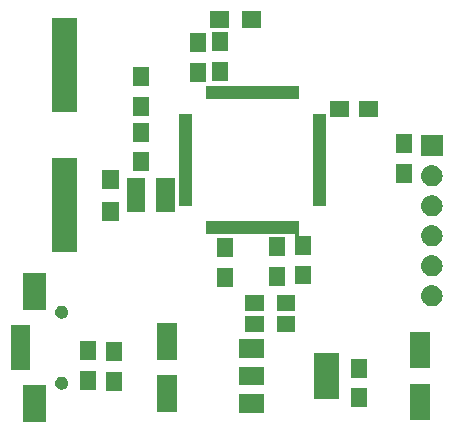
<source format=gbr>
G04 #@! TF.GenerationSoftware,KiCad,Pcbnew,5.0.2-bee76a0~70~ubuntu16.04.1*
G04 #@! TF.CreationDate,2019-01-30T15:52:25+01:00*
G04 #@! TF.ProjectId,Lab1,4c616231-2e6b-4696-9361-645f70636258,rev?*
G04 #@! TF.SameCoordinates,Original*
G04 #@! TF.FileFunction,Soldermask,Top*
G04 #@! TF.FilePolarity,Negative*
%FSLAX46Y46*%
G04 Gerber Fmt 4.6, Leading zero omitted, Abs format (unit mm)*
G04 Created by KiCad (PCBNEW 5.0.2-bee76a0~70~ubuntu16.04.1) date ons 30 jan 2019 15:52:25*
%MOMM*%
%LPD*%
G01*
G04 APERTURE LIST*
%ADD10C,0.100000*%
G04 APERTURE END LIST*
D10*
G36*
X104301000Y-99601000D02*
X102399000Y-99601000D01*
X102399000Y-96499000D01*
X104301000Y-96499000D01*
X104301000Y-99601000D01*
X104301000Y-99601000D01*
G37*
G36*
X136851000Y-99451000D02*
X135149000Y-99451000D01*
X135149000Y-96349000D01*
X136851000Y-96349000D01*
X136851000Y-99451000D01*
X136851000Y-99451000D01*
G37*
G36*
X122801000Y-98801000D02*
X120699000Y-98801000D01*
X120699000Y-97199000D01*
X122801000Y-97199000D01*
X122801000Y-98801000D01*
X122801000Y-98801000D01*
G37*
G36*
X115451000Y-98751000D02*
X113749000Y-98751000D01*
X113749000Y-95649000D01*
X115451000Y-95649000D01*
X115451000Y-98751000D01*
X115451000Y-98751000D01*
G37*
G36*
X131476000Y-98351000D02*
X130124000Y-98351000D01*
X130124000Y-96749000D01*
X131476000Y-96749000D01*
X131476000Y-98351000D01*
X131476000Y-98351000D01*
G37*
G36*
X129101000Y-97651000D02*
X126999000Y-97651000D01*
X126999000Y-93749000D01*
X129101000Y-93749000D01*
X129101000Y-97651000D01*
X129101000Y-97651000D01*
G37*
G36*
X110776000Y-96951000D02*
X109424000Y-96951000D01*
X109424000Y-95349000D01*
X110776000Y-95349000D01*
X110776000Y-96951000D01*
X110776000Y-96951000D01*
G37*
G36*
X108576000Y-96851000D02*
X107224000Y-96851000D01*
X107224000Y-95249000D01*
X108576000Y-95249000D01*
X108576000Y-96851000D01*
X108576000Y-96851000D01*
G37*
G36*
X105810721Y-95770174D02*
X105910995Y-95811709D01*
X106001245Y-95872012D01*
X106077988Y-95948755D01*
X106138291Y-96039005D01*
X106179826Y-96139279D01*
X106201000Y-96245730D01*
X106201000Y-96354270D01*
X106179826Y-96460721D01*
X106138291Y-96560995D01*
X106077988Y-96651245D01*
X106001245Y-96727988D01*
X105910995Y-96788291D01*
X105810721Y-96829826D01*
X105704270Y-96851000D01*
X105595730Y-96851000D01*
X105489279Y-96829826D01*
X105389005Y-96788291D01*
X105298755Y-96727988D01*
X105222012Y-96651245D01*
X105161709Y-96560995D01*
X105120174Y-96460721D01*
X105099000Y-96354270D01*
X105099000Y-96245730D01*
X105120174Y-96139279D01*
X105161709Y-96039005D01*
X105222012Y-95948755D01*
X105298755Y-95872012D01*
X105389005Y-95811709D01*
X105489279Y-95770174D01*
X105595730Y-95749000D01*
X105704270Y-95749000D01*
X105810721Y-95770174D01*
X105810721Y-95770174D01*
G37*
G36*
X122801000Y-96501000D02*
X120699000Y-96501000D01*
X120699000Y-94899000D01*
X122801000Y-94899000D01*
X122801000Y-96501000D01*
X122801000Y-96501000D01*
G37*
G36*
X131476000Y-95851000D02*
X130124000Y-95851000D01*
X130124000Y-94249000D01*
X131476000Y-94249000D01*
X131476000Y-95851000D01*
X131476000Y-95851000D01*
G37*
G36*
X103001000Y-95201000D02*
X101399000Y-95201000D01*
X101399000Y-91399000D01*
X103001000Y-91399000D01*
X103001000Y-95201000D01*
X103001000Y-95201000D01*
G37*
G36*
X136851000Y-95051000D02*
X135149000Y-95051000D01*
X135149000Y-91949000D01*
X136851000Y-91949000D01*
X136851000Y-95051000D01*
X136851000Y-95051000D01*
G37*
G36*
X110776000Y-94451000D02*
X109424000Y-94451000D01*
X109424000Y-92849000D01*
X110776000Y-92849000D01*
X110776000Y-94451000D01*
X110776000Y-94451000D01*
G37*
G36*
X115451000Y-94351000D02*
X113749000Y-94351000D01*
X113749000Y-91249000D01*
X115451000Y-91249000D01*
X115451000Y-94351000D01*
X115451000Y-94351000D01*
G37*
G36*
X108576000Y-94351000D02*
X107224000Y-94351000D01*
X107224000Y-92749000D01*
X108576000Y-92749000D01*
X108576000Y-94351000D01*
X108576000Y-94351000D01*
G37*
G36*
X122801000Y-94201000D02*
X120699000Y-94201000D01*
X120699000Y-92599000D01*
X122801000Y-92599000D01*
X122801000Y-94201000D01*
X122801000Y-94201000D01*
G37*
G36*
X122751000Y-92001000D02*
X121149000Y-92001000D01*
X121149000Y-90599000D01*
X122751000Y-90599000D01*
X122751000Y-92001000D01*
X122751000Y-92001000D01*
G37*
G36*
X125451000Y-92001000D02*
X123849000Y-92001000D01*
X123849000Y-90599000D01*
X125451000Y-90599000D01*
X125451000Y-92001000D01*
X125451000Y-92001000D01*
G37*
G36*
X105810721Y-89770174D02*
X105910995Y-89811709D01*
X106001245Y-89872012D01*
X106077988Y-89948755D01*
X106138291Y-90039005D01*
X106179826Y-90139279D01*
X106201000Y-90245730D01*
X106201000Y-90354270D01*
X106179826Y-90460721D01*
X106138291Y-90560995D01*
X106077988Y-90651245D01*
X106001245Y-90727988D01*
X105910995Y-90788291D01*
X105810721Y-90829826D01*
X105704270Y-90851000D01*
X105595730Y-90851000D01*
X105489279Y-90829826D01*
X105389005Y-90788291D01*
X105298755Y-90727988D01*
X105222012Y-90651245D01*
X105161709Y-90560995D01*
X105120174Y-90460721D01*
X105099000Y-90354270D01*
X105099000Y-90245730D01*
X105120174Y-90139279D01*
X105161709Y-90039005D01*
X105222012Y-89948755D01*
X105298755Y-89872012D01*
X105389005Y-89811709D01*
X105489279Y-89770174D01*
X105595730Y-89749000D01*
X105704270Y-89749000D01*
X105810721Y-89770174D01*
X105810721Y-89770174D01*
G37*
G36*
X125451000Y-90201000D02*
X123849000Y-90201000D01*
X123849000Y-88799000D01*
X125451000Y-88799000D01*
X125451000Y-90201000D01*
X125451000Y-90201000D01*
G37*
G36*
X122751000Y-90201000D02*
X121149000Y-90201000D01*
X121149000Y-88799000D01*
X122751000Y-88799000D01*
X122751000Y-90201000D01*
X122751000Y-90201000D01*
G37*
G36*
X104301000Y-90101000D02*
X102399000Y-90101000D01*
X102399000Y-86999000D01*
X104301000Y-86999000D01*
X104301000Y-90101000D01*
X104301000Y-90101000D01*
G37*
G36*
X137110443Y-88005519D02*
X137176627Y-88012037D01*
X137289853Y-88046384D01*
X137346467Y-88063557D01*
X137485087Y-88137652D01*
X137502991Y-88147222D01*
X137507594Y-88151000D01*
X137640186Y-88259814D01*
X137723448Y-88361271D01*
X137752778Y-88397009D01*
X137752779Y-88397011D01*
X137836443Y-88553533D01*
X137836443Y-88553534D01*
X137887963Y-88723373D01*
X137905359Y-88900000D01*
X137887963Y-89076627D01*
X137853616Y-89189853D01*
X137836443Y-89246467D01*
X137762348Y-89385087D01*
X137752778Y-89402991D01*
X137723448Y-89438729D01*
X137640186Y-89540186D01*
X137538729Y-89623448D01*
X137502991Y-89652778D01*
X137502989Y-89652779D01*
X137346467Y-89736443D01*
X137305071Y-89749000D01*
X137176627Y-89787963D01*
X137110443Y-89794481D01*
X137044260Y-89801000D01*
X136955740Y-89801000D01*
X136889557Y-89794481D01*
X136823373Y-89787963D01*
X136694929Y-89749000D01*
X136653533Y-89736443D01*
X136497011Y-89652779D01*
X136497009Y-89652778D01*
X136461271Y-89623448D01*
X136359814Y-89540186D01*
X136276552Y-89438729D01*
X136247222Y-89402991D01*
X136237652Y-89385087D01*
X136163557Y-89246467D01*
X136146384Y-89189853D01*
X136112037Y-89076627D01*
X136094641Y-88900000D01*
X136112037Y-88723373D01*
X136163557Y-88553534D01*
X136163557Y-88553533D01*
X136247221Y-88397011D01*
X136247222Y-88397009D01*
X136276552Y-88361271D01*
X136359814Y-88259814D01*
X136492406Y-88151000D01*
X136497009Y-88147222D01*
X136514913Y-88137652D01*
X136653533Y-88063557D01*
X136710147Y-88046384D01*
X136823373Y-88012037D01*
X136889557Y-88005519D01*
X136955740Y-87999000D01*
X137044260Y-87999000D01*
X137110443Y-88005519D01*
X137110443Y-88005519D01*
G37*
G36*
X120176000Y-88151000D02*
X118824000Y-88151000D01*
X118824000Y-86549000D01*
X120176000Y-86549000D01*
X120176000Y-88151000D01*
X120176000Y-88151000D01*
G37*
G36*
X124576000Y-88051000D02*
X123224000Y-88051000D01*
X123224000Y-86449000D01*
X124576000Y-86449000D01*
X124576000Y-88051000D01*
X124576000Y-88051000D01*
G37*
G36*
X126776000Y-87951000D02*
X125424000Y-87951000D01*
X125424000Y-86349000D01*
X126776000Y-86349000D01*
X126776000Y-87951000D01*
X126776000Y-87951000D01*
G37*
G36*
X137110442Y-85465518D02*
X137176627Y-85472037D01*
X137289853Y-85506384D01*
X137346467Y-85523557D01*
X137397808Y-85551000D01*
X137502991Y-85607222D01*
X137538729Y-85636552D01*
X137640186Y-85719814D01*
X137723448Y-85821271D01*
X137752778Y-85857009D01*
X137752779Y-85857011D01*
X137836443Y-86013533D01*
X137836443Y-86013534D01*
X137887963Y-86183373D01*
X137905359Y-86360000D01*
X137887963Y-86536627D01*
X137853616Y-86649853D01*
X137836443Y-86706467D01*
X137762348Y-86845087D01*
X137752778Y-86862991D01*
X137723448Y-86898729D01*
X137640186Y-87000186D01*
X137538729Y-87083448D01*
X137502991Y-87112778D01*
X137502989Y-87112779D01*
X137346467Y-87196443D01*
X137289853Y-87213616D01*
X137176627Y-87247963D01*
X137110442Y-87254482D01*
X137044260Y-87261000D01*
X136955740Y-87261000D01*
X136889558Y-87254482D01*
X136823373Y-87247963D01*
X136710147Y-87213616D01*
X136653533Y-87196443D01*
X136497011Y-87112779D01*
X136497009Y-87112778D01*
X136461271Y-87083448D01*
X136359814Y-87000186D01*
X136276552Y-86898729D01*
X136247222Y-86862991D01*
X136237652Y-86845087D01*
X136163557Y-86706467D01*
X136146384Y-86649853D01*
X136112037Y-86536627D01*
X136094641Y-86360000D01*
X136112037Y-86183373D01*
X136163557Y-86013534D01*
X136163557Y-86013533D01*
X136247221Y-85857011D01*
X136247222Y-85857009D01*
X136276552Y-85821271D01*
X136359814Y-85719814D01*
X136461271Y-85636552D01*
X136497009Y-85607222D01*
X136602192Y-85551000D01*
X136653533Y-85523557D01*
X136710147Y-85506384D01*
X136823373Y-85472037D01*
X136889558Y-85465518D01*
X136955740Y-85459000D01*
X137044260Y-85459000D01*
X137110442Y-85465518D01*
X137110442Y-85465518D01*
G37*
G36*
X120176000Y-85651000D02*
X118824000Y-85651000D01*
X118824000Y-84049000D01*
X120176000Y-84049000D01*
X120176000Y-85651000D01*
X120176000Y-85651000D01*
G37*
G36*
X124576000Y-85551000D02*
X123224000Y-85551000D01*
X123224000Y-83949000D01*
X124576000Y-83949000D01*
X124576000Y-85551000D01*
X124576000Y-85551000D01*
G37*
G36*
X125726000Y-83724000D02*
X125728402Y-83748386D01*
X125735515Y-83771835D01*
X125747066Y-83793446D01*
X125762612Y-83812388D01*
X125781554Y-83827934D01*
X125803165Y-83839485D01*
X125826614Y-83846598D01*
X125851000Y-83849000D01*
X126776000Y-83849000D01*
X126776000Y-85451000D01*
X125424000Y-85451000D01*
X125424000Y-83776000D01*
X125421598Y-83751614D01*
X125414485Y-83728165D01*
X125402934Y-83706554D01*
X125387388Y-83687612D01*
X125368446Y-83672066D01*
X125346835Y-83660515D01*
X125323386Y-83653402D01*
X125299000Y-83651000D01*
X117874000Y-83651000D01*
X117874000Y-82549000D01*
X125726000Y-82549000D01*
X125726000Y-83724000D01*
X125726000Y-83724000D01*
G37*
G36*
X106951000Y-85226000D02*
X104849000Y-85226000D01*
X104849000Y-77249000D01*
X106951000Y-77249000D01*
X106951000Y-85226000D01*
X106951000Y-85226000D01*
G37*
G36*
X137110443Y-82925519D02*
X137176627Y-82932037D01*
X137289853Y-82966384D01*
X137346467Y-82983557D01*
X137485087Y-83057652D01*
X137502991Y-83067222D01*
X137538729Y-83096552D01*
X137640186Y-83179814D01*
X137723448Y-83281271D01*
X137752778Y-83317009D01*
X137752779Y-83317011D01*
X137836443Y-83473533D01*
X137836443Y-83473534D01*
X137887963Y-83643373D01*
X137905359Y-83820000D01*
X137887963Y-83996627D01*
X137872076Y-84049000D01*
X137836443Y-84166467D01*
X137762348Y-84305087D01*
X137752778Y-84322991D01*
X137723448Y-84358729D01*
X137640186Y-84460186D01*
X137538729Y-84543448D01*
X137502991Y-84572778D01*
X137502989Y-84572779D01*
X137346467Y-84656443D01*
X137289853Y-84673616D01*
X137176627Y-84707963D01*
X137110443Y-84714481D01*
X137044260Y-84721000D01*
X136955740Y-84721000D01*
X136889557Y-84714481D01*
X136823373Y-84707963D01*
X136710147Y-84673616D01*
X136653533Y-84656443D01*
X136497011Y-84572779D01*
X136497009Y-84572778D01*
X136461271Y-84543448D01*
X136359814Y-84460186D01*
X136276552Y-84358729D01*
X136247222Y-84322991D01*
X136237652Y-84305087D01*
X136163557Y-84166467D01*
X136127924Y-84049000D01*
X136112037Y-83996627D01*
X136094641Y-83820000D01*
X136112037Y-83643373D01*
X136163557Y-83473534D01*
X136163557Y-83473533D01*
X136247221Y-83317011D01*
X136247222Y-83317009D01*
X136276552Y-83281271D01*
X136359814Y-83179814D01*
X136461271Y-83096552D01*
X136497009Y-83067222D01*
X136514913Y-83057652D01*
X136653533Y-82983557D01*
X136710147Y-82966384D01*
X136823373Y-82932037D01*
X136889557Y-82925519D01*
X136955740Y-82919000D01*
X137044260Y-82919000D01*
X137110443Y-82925519D01*
X137110443Y-82925519D01*
G37*
G36*
X110501000Y-82551000D02*
X109099000Y-82551000D01*
X109099000Y-80949000D01*
X110501000Y-80949000D01*
X110501000Y-82551000D01*
X110501000Y-82551000D01*
G37*
G36*
X137110442Y-80385518D02*
X137176627Y-80392037D01*
X137281995Y-80424000D01*
X137346467Y-80443557D01*
X137485087Y-80517652D01*
X137502991Y-80527222D01*
X137538729Y-80556552D01*
X137640186Y-80639814D01*
X137723448Y-80741271D01*
X137752778Y-80777009D01*
X137752779Y-80777011D01*
X137836443Y-80933533D01*
X137836443Y-80933534D01*
X137887963Y-81103373D01*
X137905359Y-81280000D01*
X137887963Y-81456627D01*
X137853616Y-81569853D01*
X137836443Y-81626467D01*
X137762348Y-81765087D01*
X137752778Y-81782991D01*
X137723448Y-81818729D01*
X137640186Y-81920186D01*
X137538729Y-82003448D01*
X137502991Y-82032778D01*
X137502989Y-82032779D01*
X137346467Y-82116443D01*
X137289853Y-82133616D01*
X137176627Y-82167963D01*
X137110443Y-82174481D01*
X137044260Y-82181000D01*
X136955740Y-82181000D01*
X136889557Y-82174481D01*
X136823373Y-82167963D01*
X136710147Y-82133616D01*
X136653533Y-82116443D01*
X136497011Y-82032779D01*
X136497009Y-82032778D01*
X136461271Y-82003448D01*
X136359814Y-81920186D01*
X136276552Y-81818729D01*
X136247222Y-81782991D01*
X136237652Y-81765087D01*
X136163557Y-81626467D01*
X136146384Y-81569853D01*
X136112037Y-81456627D01*
X136094641Y-81280000D01*
X136112037Y-81103373D01*
X136163557Y-80933534D01*
X136163557Y-80933533D01*
X136247221Y-80777011D01*
X136247222Y-80777009D01*
X136276552Y-80741271D01*
X136359814Y-80639814D01*
X136461271Y-80556552D01*
X136497009Y-80527222D01*
X136514913Y-80517652D01*
X136653533Y-80443557D01*
X136718005Y-80424000D01*
X136823373Y-80392037D01*
X136889558Y-80385518D01*
X136955740Y-80379000D01*
X137044260Y-80379000D01*
X137110442Y-80385518D01*
X137110442Y-80385518D01*
G37*
G36*
X112751000Y-81776000D02*
X111149000Y-81776000D01*
X111149000Y-78924000D01*
X112751000Y-78924000D01*
X112751000Y-81776000D01*
X112751000Y-81776000D01*
G37*
G36*
X115251000Y-81776000D02*
X113649000Y-81776000D01*
X113649000Y-78924000D01*
X115251000Y-78924000D01*
X115251000Y-81776000D01*
X115251000Y-81776000D01*
G37*
G36*
X128051000Y-81326000D02*
X126949000Y-81326000D01*
X126949000Y-73474000D01*
X128051000Y-73474000D01*
X128051000Y-81326000D01*
X128051000Y-81326000D01*
G37*
G36*
X116651000Y-81326000D02*
X115549000Y-81326000D01*
X115549000Y-73474000D01*
X116651000Y-73474000D01*
X116651000Y-81326000D01*
X116651000Y-81326000D01*
G37*
G36*
X110501000Y-79851000D02*
X109099000Y-79851000D01*
X109099000Y-78249000D01*
X110501000Y-78249000D01*
X110501000Y-79851000D01*
X110501000Y-79851000D01*
G37*
G36*
X137110443Y-77845519D02*
X137176627Y-77852037D01*
X137289853Y-77886384D01*
X137346467Y-77903557D01*
X137478255Y-77974000D01*
X137502991Y-77987222D01*
X137538729Y-78016552D01*
X137640186Y-78099814D01*
X137723448Y-78201271D01*
X137752778Y-78237009D01*
X137752779Y-78237011D01*
X137836443Y-78393533D01*
X137836443Y-78393534D01*
X137887963Y-78563373D01*
X137905359Y-78740000D01*
X137887963Y-78916627D01*
X137885726Y-78924000D01*
X137836443Y-79086467D01*
X137762348Y-79225087D01*
X137752778Y-79242991D01*
X137723448Y-79278729D01*
X137640186Y-79380186D01*
X137538729Y-79463448D01*
X137502991Y-79492778D01*
X137502989Y-79492779D01*
X137346467Y-79576443D01*
X137289853Y-79593616D01*
X137176627Y-79627963D01*
X137110442Y-79634482D01*
X137044260Y-79641000D01*
X136955740Y-79641000D01*
X136889558Y-79634482D01*
X136823373Y-79627963D01*
X136710147Y-79593616D01*
X136653533Y-79576443D01*
X136497011Y-79492779D01*
X136497009Y-79492778D01*
X136461271Y-79463448D01*
X136359814Y-79380186D01*
X136276552Y-79278729D01*
X136247222Y-79242991D01*
X136237652Y-79225087D01*
X136163557Y-79086467D01*
X136114274Y-78924000D01*
X136112037Y-78916627D01*
X136094641Y-78740000D01*
X136112037Y-78563373D01*
X136163557Y-78393534D01*
X136163557Y-78393533D01*
X136247221Y-78237011D01*
X136247222Y-78237009D01*
X136276552Y-78201271D01*
X136359814Y-78099814D01*
X136461271Y-78016552D01*
X136497009Y-77987222D01*
X136521745Y-77974000D01*
X136653533Y-77903557D01*
X136710147Y-77886384D01*
X136823373Y-77852037D01*
X136889557Y-77845519D01*
X136955740Y-77839000D01*
X137044260Y-77839000D01*
X137110443Y-77845519D01*
X137110443Y-77845519D01*
G37*
G36*
X135276000Y-79351000D02*
X133924000Y-79351000D01*
X133924000Y-77749000D01*
X135276000Y-77749000D01*
X135276000Y-79351000D01*
X135276000Y-79351000D01*
G37*
G36*
X113076000Y-78351000D02*
X111724000Y-78351000D01*
X111724000Y-76749000D01*
X113076000Y-76749000D01*
X113076000Y-78351000D01*
X113076000Y-78351000D01*
G37*
G36*
X137901000Y-77101000D02*
X136099000Y-77101000D01*
X136099000Y-75299000D01*
X137901000Y-75299000D01*
X137901000Y-77101000D01*
X137901000Y-77101000D01*
G37*
G36*
X135276000Y-76851000D02*
X133924000Y-76851000D01*
X133924000Y-75249000D01*
X135276000Y-75249000D01*
X135276000Y-76851000D01*
X135276000Y-76851000D01*
G37*
G36*
X113076000Y-75851000D02*
X111724000Y-75851000D01*
X111724000Y-74249000D01*
X113076000Y-74249000D01*
X113076000Y-75851000D01*
X113076000Y-75851000D01*
G37*
G36*
X129951000Y-73776000D02*
X128349000Y-73776000D01*
X128349000Y-72424000D01*
X129951000Y-72424000D01*
X129951000Y-73776000D01*
X129951000Y-73776000D01*
G37*
G36*
X132451000Y-73776000D02*
X130849000Y-73776000D01*
X130849000Y-72424000D01*
X132451000Y-72424000D01*
X132451000Y-73776000D01*
X132451000Y-73776000D01*
G37*
G36*
X113076000Y-73651000D02*
X111724000Y-73651000D01*
X111724000Y-72049000D01*
X113076000Y-72049000D01*
X113076000Y-73651000D01*
X113076000Y-73651000D01*
G37*
G36*
X106951000Y-73351000D02*
X104849000Y-73351000D01*
X104849000Y-65374000D01*
X106951000Y-65374000D01*
X106951000Y-73351000D01*
X106951000Y-73351000D01*
G37*
G36*
X125726000Y-72251000D02*
X117874000Y-72251000D01*
X117874000Y-71149000D01*
X125726000Y-71149000D01*
X125726000Y-72251000D01*
X125726000Y-72251000D01*
G37*
G36*
X113076000Y-71151000D02*
X111724000Y-71151000D01*
X111724000Y-69549000D01*
X113076000Y-69549000D01*
X113076000Y-71151000D01*
X113076000Y-71151000D01*
G37*
G36*
X117876000Y-70801000D02*
X116524000Y-70801000D01*
X116524000Y-69199000D01*
X117876000Y-69199000D01*
X117876000Y-70801000D01*
X117876000Y-70801000D01*
G37*
G36*
X119776000Y-70701000D02*
X118424000Y-70701000D01*
X118424000Y-69099000D01*
X119776000Y-69099000D01*
X119776000Y-70701000D01*
X119776000Y-70701000D01*
G37*
G36*
X117876000Y-68301000D02*
X116524000Y-68301000D01*
X116524000Y-66699000D01*
X117876000Y-66699000D01*
X117876000Y-68301000D01*
X117876000Y-68301000D01*
G37*
G36*
X119776000Y-68201000D02*
X118424000Y-68201000D01*
X118424000Y-66599000D01*
X119776000Y-66599000D01*
X119776000Y-68201000D01*
X119776000Y-68201000D01*
G37*
G36*
X122551000Y-66201000D02*
X120949000Y-66201000D01*
X120949000Y-64799000D01*
X122551000Y-64799000D01*
X122551000Y-66201000D01*
X122551000Y-66201000D01*
G37*
G36*
X119851000Y-66201000D02*
X118249000Y-66201000D01*
X118249000Y-64799000D01*
X119851000Y-64799000D01*
X119851000Y-66201000D01*
X119851000Y-66201000D01*
G37*
M02*

</source>
